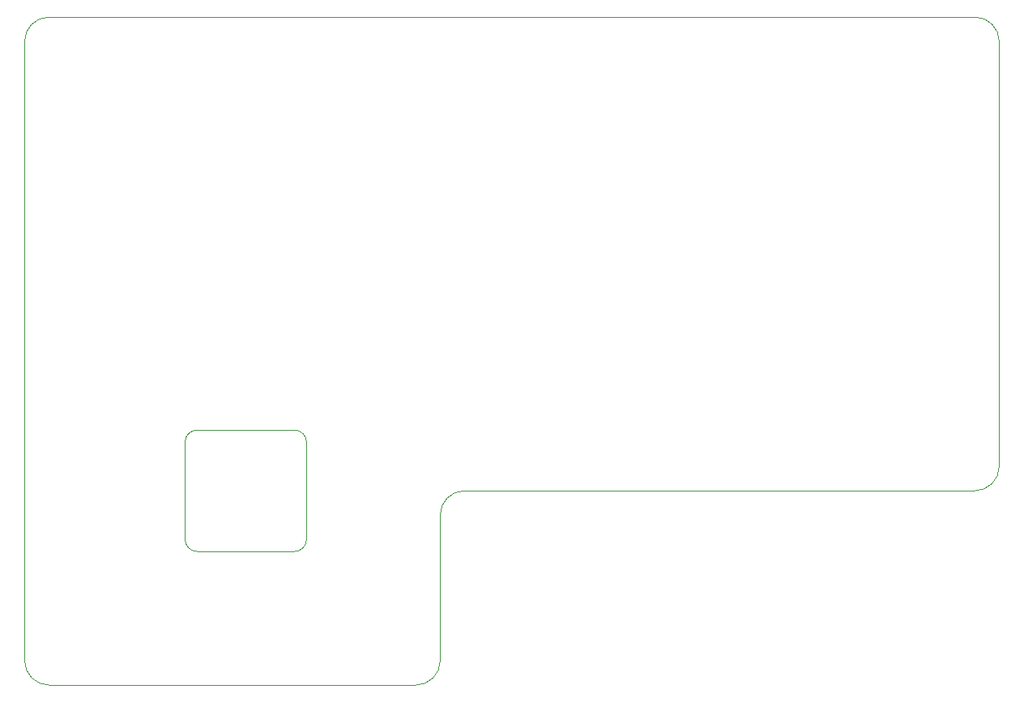
<source format=gm1>
G04 #@! TF.GenerationSoftware,KiCad,Pcbnew,(5.1.12)-1*
G04 #@! TF.CreationDate,2022-03-01T21:27:41+00:00*
G04 #@! TF.ProjectId,A600_68k_PLCC_to_DIP64_v2,41363030-5f36-4386-9b5f-504c43435f74,B*
G04 #@! TF.SameCoordinates,Original*
G04 #@! TF.FileFunction,Profile,NP*
%FSLAX46Y46*%
G04 Gerber Fmt 4.6, Leading zero omitted, Abs format (unit mm)*
G04 Created by KiCad (PCBNEW (5.1.12)-1) date 2022-03-01 21:27:41*
%MOMM*%
%LPD*%
G01*
G04 APERTURE LIST*
G04 #@! TA.AperFunction,Profile*
%ADD10C,0.050000*%
G04 #@! TD*
G04 APERTURE END LIST*
D10*
X135890000Y-129540000D02*
G75*
G02*
X134620000Y-130810000I-1270000J0D01*
G01*
X124460000Y-130810000D02*
G75*
G02*
X123190000Y-129540000I0J1270000D01*
G01*
X123190000Y-119380000D02*
G75*
G02*
X124460000Y-118110000I1270000J0D01*
G01*
X134620000Y-118110000D02*
G75*
G02*
X135890000Y-119380000I0J-1270000D01*
G01*
X134620000Y-118110000D02*
X124460000Y-118110000D01*
X135890000Y-129540000D02*
X135890000Y-119380000D01*
X124460000Y-130810000D02*
X134620000Y-130810000D01*
X123190000Y-119380000D02*
X123190000Y-129540000D01*
X108966000Y-144780000D02*
G75*
G02*
X106426000Y-142240000I0J2540000D01*
G01*
X106426000Y-77470000D02*
X106426000Y-142240000D01*
X208280000Y-77470000D02*
X208280000Y-121920000D01*
X108966000Y-74930000D02*
X205740000Y-74930000D01*
X149860000Y-127000000D02*
G75*
G02*
X152400000Y-124460000I2540000J0D01*
G01*
X208280000Y-121920000D02*
G75*
G02*
X205740000Y-124460000I-2540000J0D01*
G01*
X205740000Y-74930000D02*
G75*
G02*
X208280000Y-77470000I0J-2540000D01*
G01*
X106426000Y-77470000D02*
G75*
G02*
X108966000Y-74930000I2540000J0D01*
G01*
X149860000Y-142240000D02*
G75*
G02*
X147320000Y-144780000I-2540000J0D01*
G01*
X152400000Y-124460000D02*
X205740000Y-124460000D01*
X149860000Y-127000000D02*
X149860000Y-142240000D01*
X147320000Y-144780000D02*
X108966000Y-144780000D01*
M02*

</source>
